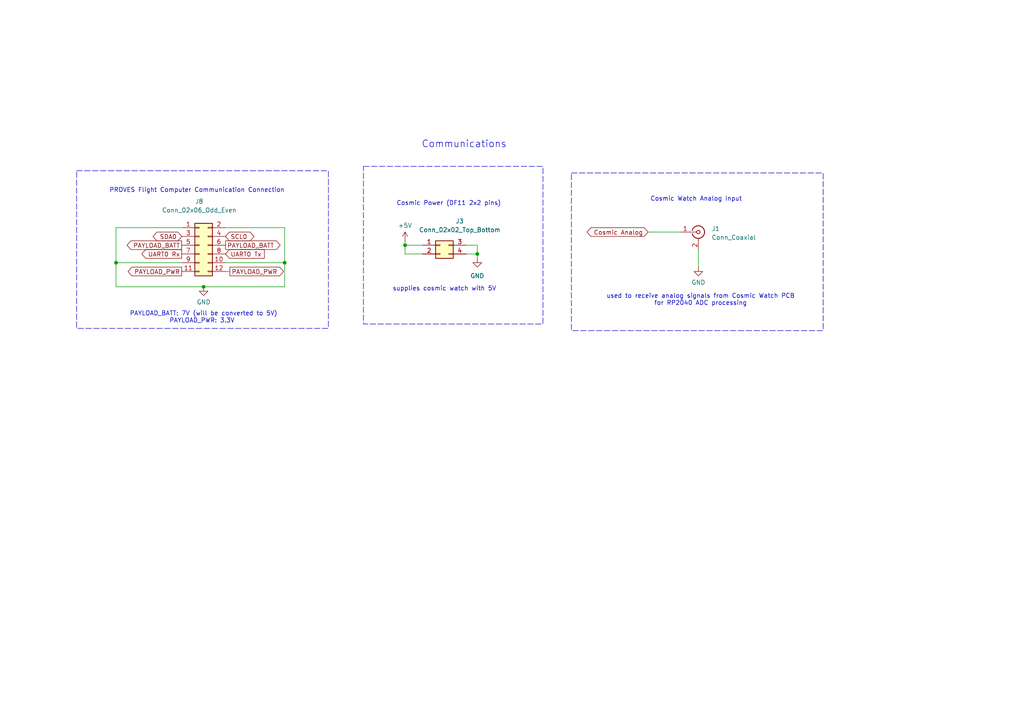
<source format=kicad_sch>
(kicad_sch (version 20250114) (generator "eeschema") (generator_version "9.0")
  (paper "A4")
  (lib_symbols
    (symbol "Connector:Conn_Coaxial" (pin_names (offset 1.016) (hide yes))
      (property "Reference" "J" (at 0.254 3.048 0))
      (property "Value" "Conn_Coaxial" (at 2.921 0 90))
      (symbol "Conn_Coaxial_0_1"
        (polyline (pts (xy -2.54 0) (xy -0.508 0)))
        (arc (start 1.778 0) (mid 0.222 -1.8079) (end -1.778 -0.508) (stroke (width 0.254)))
        (arc (start -1.778 0.508) (mid 0.2221 1.8084) (end 1.778 0) (stroke (width 0.254)))
        (circle (center 0 0) (radius 0.508) (stroke (width 0.2032)))
        (polyline (pts (xy 0 -2.54) (xy 0 -1.778)))
      )
      (symbol "Conn_Coaxial_1_1"
        (pin passive line (at -5.08 0 0) (length 2.54) (name "In") (number "1"))
        (pin passive line (at 0 -5.08 90) (length 2.54) (name "Ext") (number "2"))
      )
    )
    (symbol "Connector_Generic:Conn_02x02_Top_Bottom" (pin_names (offset 1.016) (hide yes))
      (property "Reference" "J" (at 1.27 2.54 0))
      (property "Value" "Conn_02x02_Top_Bottom" (at 1.27 -5.08 0))
      (symbol "Conn_02x02_Top_Bottom_1_1"
        (rectangle (start -1.27 1.27) (end 3.81 -3.81) (stroke (width 0.254)) (fill (type background)))
        (rectangle (start -1.27 0.127) (end 0 -0.127) (stroke (width 0.1524)))
        (rectangle (start -1.27 -2.413) (end 0 -2.667) (stroke (width 0.1524)))
        (rectangle (start 3.81 0.127) (end 2.54 -0.127) (stroke (width 0.1524)))
        (rectangle (start 3.81 -2.413) (end 2.54 -2.667) (stroke (width 0.1524)))
        (pin passive line (at -5.08 0 0) (length 3.81) (name "Pin_1") (number "1"))
        (pin passive line (at -5.08 -2.54 0) (length 3.81) (name "Pin_2") (number "2"))
        (pin passive line (at 7.62 0 180) (length 3.81) (name "Pin_3") (number "3"))
        (pin passive line (at 7.62 -2.54 180) (length 3.81) (name "Pin_4") (number "4"))
      )
    )
    (symbol "Connector_Generic:Conn_02x06_Odd_Even" (pin_names (offset 1.016) (hide yes))
      (property "Reference" "J" (at 1.27 7.62 0))
      (property "Value" "Conn_02x06_Odd_Even" (at 1.27 -10.16 0))
      (symbol "Conn_02x06_Odd_Even_1_1"
        (rectangle (start -1.27 6.35) (end 3.81 -8.89) (stroke (width 0.254)) (fill (type background)))
        (rectangle (start -1.27 5.207) (end 0 4.953) (stroke (width 0.1524)))
        (rectangle (start -1.27 2.667) (end 0 2.413) (stroke (width 0.1524)))
        (rectangle (start -1.27 0.127) (end 0 -0.127) (stroke (width 0.1524)))
        (rectangle (start -1.27 -2.413) (end 0 -2.667) (stroke (width 0.1524)))
        (rectangle (start -1.27 -4.953) (end 0 -5.207) (stroke (width 0.1524)))
        (rectangle (start -1.27 -7.493) (end 0 -7.747) (stroke (width 0.1524)))
        (rectangle (start 3.81 5.207) (end 2.54 4.953) (stroke (width 0.1524)))
        (rectangle (start 3.81 2.667) (end 2.54 2.413) (stroke (width 0.1524)))
        (rectangle (start 3.81 0.127) (end 2.54 -0.127) (stroke (width 0.1524)))
        (rectangle (start 3.81 -2.413) (end 2.54 -2.667) (stroke (width 0.1524)))
        (rectangle (start 3.81 -4.953) (end 2.54 -5.207) (stroke (width 0.1524)))
        (rectangle (start 3.81 -7.493) (end 2.54 -7.747) (stroke (width 0.1524)))
        (pin passive line (at -5.08 5.08 0) (length 3.81) (name "Pin_1") (number "1"))
        (pin passive line (at -5.08 2.54 0) (length 3.81) (name "Pin_3") (number "3"))
        (pin passive line (at -5.08 0 0) (length 3.81) (name "Pin_5") (number "5"))
        (pin passive line (at -5.08 -2.54 0) (length 3.81) (name "Pin_7") (number "7"))
        (pin passive line (at -5.08 -5.08 0) (length 3.81) (name "Pin_9") (number "9"))
        (pin passive line (at -5.08 -7.62 0) (length 3.81) (name "Pin_11") (number "11"))
        (pin passive line (at 7.62 5.08 180) (length 3.81) (name "Pin_2") (number "2"))
        (pin passive line (at 7.62 2.54 180) (length 3.81) (name "Pin_4") (number "4"))
        (pin passive line (at 7.62 0 180) (length 3.81) (name "Pin_6") (number "6"))
        (pin passive line (at 7.62 -2.54 180) (length 3.81) (name "Pin_8") (number "8"))
        (pin passive line (at 7.62 -5.08 180) (length 3.81) (name "Pin_10") (number "10"))
        (pin passive line (at 7.62 -7.62 180) (length 3.81) (name "Pin_12") (number "12"))
      )
    )
    (symbol "power:GND" (power) (pin_numbers (hide yes)) (pin_names (offset 0) (hide yes))
      (property "Value" "GND" (at 0 -3.81 0))
      (symbol "GND_0_1"
        (polyline (pts (xy 0 0) (xy 0 -1.27) (xy 1.27 -1.27) (xy 0 -2.54) (xy -1.27 -1.27) (xy 0 -1.27)))
      )
      (symbol "GND_1_1"
        (pin power_in line (at 0 0 270) (length 0) (name "~") (number "1"))
      )
    )
    (symbol "power:VBUS" (power) (pin_numbers (hide yes)) (pin_names (offset 0) (hide yes))
      (property "Value" "VBUS" (at 0 3.556 0))
      (symbol "VBUS_0_1"
        (polyline (pts (xy -0.762 1.27) (xy 0 2.54)))
        (polyline (pts (xy 0 2.54) (xy 0.762 1.27)))
        (polyline (pts (xy 0 0) (xy 0 2.54)))
      )
      (symbol "VBUS_1_1"
        (pin power_in line (at 0 0 90) (length 0) (name "~") (number "1"))
      )
    )
  )
  (rectangle (start 165.735 50.165) (end 238.76 95.885) (stroke (width 0) (type dash)))
  (rectangle (start 22.225 49.53) (end 95.25 95.25) (stroke (width 0) (type dash)))
  (rectangle (start 105.41 48.26) (end 157.48 93.98) (stroke (width 0) (type dash)))
  (text "used to receive analog signals from Cosmic Watch PCB\nfor RP2040 ADC processing" (at 203.2 86.995 0) (effects (font (size 1.27 1.27))))
  (text "Cosmic Watch Analog Input" (at 201.93 57.785 0) (effects (font (size 1.27 1.27))))
  (text "Communications" (at 134.62 41.91 0) (effects (font (size 2 2))))
  (text "Cosmic Power (DF11 2x2 pins)" (at 130.175 59.055 0) (effects (font (size 1.27 1.27))))
  (text "PROVES Flight Computer Communication Connection" (at 57.15 55.245 0) (effects (font (size 1.27 1.27))))
  (text "PAYLOAD_BATT: 7V (will be converted to 5V)\nPAYLOAD_PWR: 3.3V " (at 59.055 92.075 0) (effects (font (size 1.27 1.27))))
  (text "supplies cosmic watch with 5V" (at 128.905 83.82 0) (effects (font (size 1.27 1.27))))
  (junction (at 117.475 71.12))
  (junction (at 33.655 76.2))
  (junction (at 82.55 76.2))
  (junction (at 138.43 73.66))
  (junction (at 59.055 83.185))
  (wire (pts (xy 66.675 78.74) (xy 65.405 78.74)))
  (wire (pts (xy 82.55 83.185) (xy 59.055 83.185)))
  (wire (pts (xy 202.565 72.39) (xy 202.565 77.47)))
  (wire (pts (xy 65.405 76.2) (xy 82.55 76.2)))
  (wire (pts (xy 33.655 66.04) (xy 33.655 76.2)))
  (wire (pts (xy 65.405 66.04) (xy 82.55 66.04)))
  (wire (pts (xy 138.43 71.12) (xy 135.255 71.12)))
  (wire (pts (xy 135.255 73.66) (xy 138.43 73.66)))
  (wire (pts (xy 52.705 76.2) (xy 33.655 76.2)))
  (wire (pts (xy 33.655 83.185) (xy 59.055 83.185)))
  (wire (pts (xy 138.43 73.66) (xy 138.43 71.12)))
  (wire (pts (xy 117.475 71.12) (xy 122.555 71.12)))
  (wire (pts (xy 117.475 71.12) (xy 117.475 73.66)))
  (wire (pts (xy 33.655 76.2) (xy 33.655 83.185)))
  (wire (pts (xy 117.475 73.66) (xy 122.555 73.66)))
  (wire (pts (xy 82.55 76.2) (xy 82.55 83.185)))
  (wire (pts (xy 82.55 66.04) (xy 82.55 76.2)))
  (wire (pts (xy 117.475 69.85) (xy 117.475 71.12)))
  (wire (pts (xy 187.96 67.31) (xy 197.485 67.31)))
  (wire (pts (xy 33.655 66.04) (xy 52.705 66.04)))
  (wire (pts (xy 138.43 74.93) (xy 138.43 73.66)))
  (global_label "SDA0" (shape bidirectional) (at 52.705 68.58 180) (property "Intersheetrefs" "${INTERSHEET_REFS}" (effects (hide yes))))
  (global_label "PAYLOAD_BATT" (shape output) (at 52.705 71.12 180) (property "Intersheetrefs" "${INTERSHEET_REFS}" (effects (hide yes))))
  (global_label "PAYLOAD_BATT" (shape output) (at 65.405 71.12 0) (property "Intersheetrefs" "${INTERSHEET_REFS}" (effects (hide yes))))
  (global_label "Cosmic Analog" (shape bidirectional) (at 187.96 67.31 180) (property "Intersheetrefs" "${INTERSHEET_REFS}" (effects (hide yes))))
  (global_label "UART0 Rx" (shape output) (at 52.705 73.66 180) (property "Intersheetrefs" "${INTERSHEET_REFS}" (effects (hide yes))))
  (global_label "UART0 Tx" (shape input) (at 65.405 73.66 0) (property "Intersheetrefs" "${INTERSHEET_REFS}" (effects (hide yes))))
  (global_label "PAYLOAD_PWR" (shape output) (at 52.705 78.74 180) (property "Intersheetrefs" "${INTERSHEET_REFS}" (effects (hide yes))))
  (global_label "PAYLOAD_PWR" (shape output) (at 66.675 78.74 0) (property "Intersheetrefs" "${INTERSHEET_REFS}" (effects (hide yes))))
  (global_label "SCL0" (shape bidirectional) (at 65.405 68.58 0) (property "Intersheetrefs" "${INTERSHEET_REFS}" (effects (hide yes))))
  (symbol (lib_id "power:VBUS") (at 117.475 69.85 0) (unit 1)
    (property "Reference" "#PWR013" (effects (hide yes)))
    (property "Value" "+5V" (at 117.475 65.405 0))
    (property "Description" "Power symbol creates a global label with name \"VBUS\"" (effects (hide yes)))
  )
  (symbol (lib_id "Connector_Generic:Conn_02x02_Top_Bottom") (at 127.635 71.12 0) (unit 1)
    (property "Reference" "J3" (at 133.35 64.135 0))
    (property "Value" "Conn_02x02_Top_Bottom" (at 133.35 66.675 0))
    (property "Footprint" "Connector_Hirose:Hirose_DF11-4DP-2DSA_2x02_P2.00mm_Vertical" (effects (hide yes)))
    (property "Description" "Generic connector, double row, 02x02, top/bottom pin numbering scheme (row 1: 1...pins_per_row, row2: pins_per_row+1 ... num_pins), script generated (kicad-library-utils/schlib/autogen/connector/)" (effects (hide yes)))
  )
  (symbol (lib_id "power:GND") (at 202.565 77.47 0) (unit 1)
    (property "Reference" "#PWR018" (effects (hide yes)))
    (property "Value" "GND" (at 202.565 81.915 0))
    (property "Description" "Power symbol creates a global label with name \"GND\" , ground" (effects (hide yes)))
  )
  (symbol (lib_id "Connector:Conn_Coaxial") (at 202.565 67.31 0) (unit 1)
    (property "Reference" "J1" (at 206.375 66.3331 0) (effects (justify left)))
    (property "Value" "Conn_Coaxial" (at 206.375 68.8731 0) (effects (justify left)))
    (property "Footprint" "Connector_Coaxial:SMA_Amphenol_901-144_Vertical" (effects (hide yes)))
    (property "Description" "coaxial connector (BNC, SMA, SMB, SMC, Cinch/RCA, LEMO, ...)" (effects (hide yes)))
  )
  (symbol (lib_id "power:GND") (at 59.055 83.185 0) (unit 1)
    (property "Reference" "#PWR03" (effects (hide yes)))
    (property "Value" "GND" (at 59.055 87.63 0))
    (property "Description" "Power symbol creates a global label with name \"GND\" , ground" (effects (hide yes)))
  )
  (symbol (lib_id "power:GND") (at 138.43 74.93 0) (unit 1)
    (property "Reference" "#PWR099" (effects (hide yes)))
    (property "Value" "GND" (at 138.43 80.01 0))
    (property "Description" "Power symbol creates a global label with name \"GND\" , ground" (effects (hide yes)))
  )
  (symbol (lib_id "Connector_Generic:Conn_02x06_Odd_Even") (at 57.785 71.12 0) (unit 1)
    (property "Reference" "J8" (at 57.785 58.42 0))
    (property "Value" "Conn_02x06_Odd_Even" (at 57.785 60.96 0))
    (property "Footprint" "Connector_Hirose:Hirose_DF11-12DP-2DSA_2x06_P2.00mm_Vertical" (effects (hide yes)))
    (property "Description" "Generic connector, double row, 02x06, odd/even pin numbering scheme (row 1 odd numbers, row 2 even numbers), script generated (kicad-library-utils/schlib/autogen/connector/)" (effects (hide yes)))
  )
)
</source>
